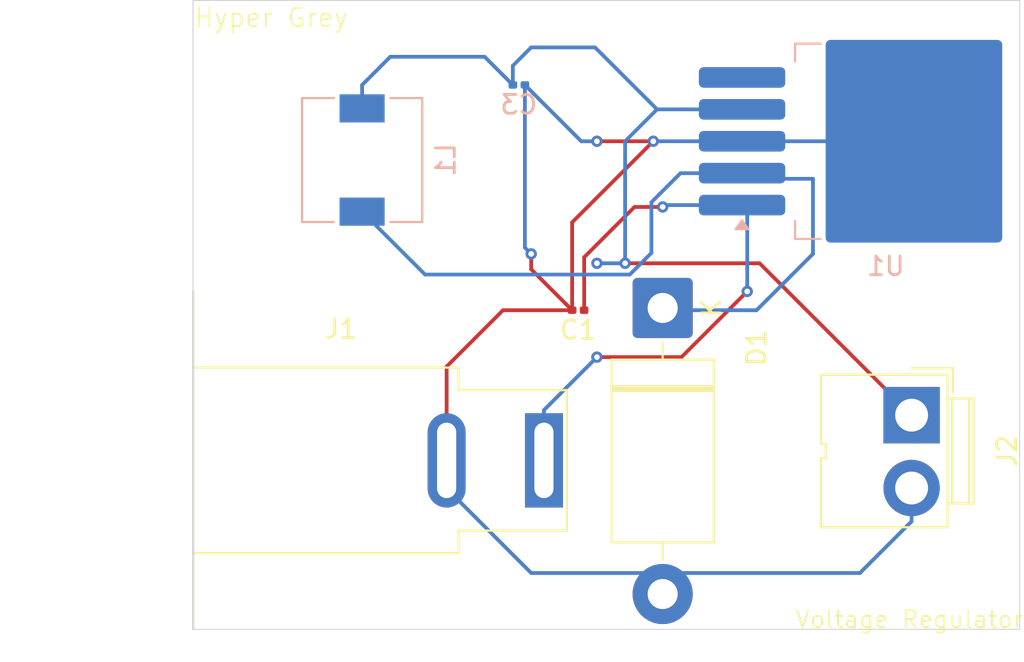
<source format=kicad_pcb>
(kicad_pcb (version 20241229) (generator "pcbnew") (generator_version "9.0")
  (layers (0 "F.Cu" signal) (2 "B.Cu" signal) (13 "F.Paste" user) (15 "B.Paste" user) (5 "F.SilkS" user "F.Silkscreen") (7 "B.SilkS" user "B.Silkscreen") (1 "F.Mask" user) (3 "B.Mask" user) (25 "Edge.Cuts" user))
  (net 0 "")
  (net 1 "GND")
  (net 2 "Net-(U1-VIN)")
  (net 3 "Net-(J2-Pin_1)")
  (net 4 "Net-(D1-K)")
  (footprint "Capacitor_SMD:C_0201_0603Metric" (layer "F.Cu") (at 138 98.5 180)
    (property "Reference" "C1" (at 0 -1.05 0) (layer "F.SilkS"))
    (property "Value" "C")
    (pad "1" smd roundrect (at -0.32 0 180) (size 0.46 0.4) (layers "F.Cu" "F.Mask") (net 2 "Net-(U1-VIN)"))
    (pad "2" smd roundrect (at 0.32 0 180) (size 0.46 0.4) (layers "F.Cu" "F.Mask") (net 1 "GND"))
  )
  (footprint "Connector:JWT_A3963_1x02_P3.96mm_Vertical" (layer "F.Cu") (at 155.75 104.0925 -90)
    (property "Reference" "J2" (at 1.91 -5.08 90) (layer "F.SilkS"))
    (property "Value" "Conn_01x02_Pin")
    (fp_line (start 1.52 4.83) (end -2.16 4.83) (stroke (width 0.12)) (layer "F.SilkS"))
    (fp_line (start 1.52 4.83) (end 1.52 4.57) (stroke (width 0.12)) (layer "F.SilkS"))
    (fp_line (start 2.29 4.83) (end 5.97 4.83) (stroke (width 0.12)) (layer "F.SilkS"))
    (fp_line (start 5.97 4.83) (end 5.97 0) (stroke (width 0.12)) (layer "F.SilkS"))
    (fp_line (start 1.52 4.57) (end 2.29 4.57) (stroke (width 0.12)) (layer "F.SilkS"))
    (fp_line (start 2.29 4.57) (end 2.29 4.83) (stroke (width 0.12)) (layer "F.SilkS"))
    (fp_line (start -2.16 0) (end -2.16 4.83) (stroke (width 0.12)) (layer "F.SilkS"))
    (fp_line (start -2.16 -1.91) (end -2.16 0) (stroke (width 0.12)) (layer "F.SilkS"))
    (fp_line (start -2.16 -1.91) (end 5.97 -1.91) (stroke (width 0.12)) (layer "F.SilkS"))
    (fp_line (start -0.89 -1.91) (end -0.89 -3.3) (stroke (width 0.12)) (layer "F.SilkS"))
    (fp_line (start 4.7 -1.91) (end 4.7 -3.3) (stroke (width 0.12)) (layer "F.SilkS"))
    (fp_line (start 5.97 -1.91) (end 5.97 0) (stroke (width 0.12)) (layer "F.SilkS"))
    (fp_line (start -0.89 -2.16) (end 4.7 -2.16) (stroke (width 0.12)) (layer "F.SilkS"))
    (fp_line (start -2.5 -2.2) (end -2.5 0) (stroke (width 0.12)) (layer "F.SilkS"))
    (fp_line (start -1.2 -2.2) (end -2.5 -2.2) (stroke (width 0.12)) (layer "F.SilkS"))
    (fp_line (start -0.89 -3.05) (end 4.7 -3.05) (stroke (width 0.12)) (layer "F.SilkS"))
    (fp_line (start -0.89 -3.3) (end 4.7 -3.3) (stroke (width 0.12)) (layer "F.SilkS"))
    (pad "1" thru_hole rect (at 0 0 270) (size 3 3) (drill 1.75) (layers "*.Cu" "*.Mask") (net 3 "Net-(J2-Pin_1)"))
    (pad "2" thru_hole circle (at 3.88 0 270) (size 3 3) (drill 1.75) (layers "*.Cu" "*.Mask") (net 1 "GND"))
  )
  (footprint "Diode_THT:D_DO-201AD_P15.24mm_Horizontal" (layer "F.Cu") (at 142.5 98.38 -90)
    (property "Reference" "D1" (at 2.12 -5 90) (layer "F.SilkS"))
    (property "Value" "1N5821")
    (fp_line (start 1.84 0) (end 2.75 0) (stroke (width 0.12)) (layer "F.SilkS"))
    (fp_line (start 13.4 0) (end 12.49 0) (stroke (width 0.12)) (layer "F.SilkS"))
    (fp_line (start 4.175 -2.72) (end 4.175 2.72) (stroke (width 0.12)) (layer "F.SilkS"))
    (fp_line (start 4.295 -2.72) (end 4.295 2.72) (stroke (width 0.12)) (layer "F.SilkS"))
    (fp_line (start 4.415 -2.72) (end 4.415 2.72) (stroke (width 0.12)) (layer "F.SilkS"))
    (fp_rect (start 2.75 -2.72) (end 12.49 2.72) (stroke (width 0.12)) (fill no) (layer "F.SilkS"))
    (fp_text user "K" (at 0 -2.6 90) (layer "F.SilkS"))
    (pad "1" thru_hole roundrect (at 0 0 270) (size 3.2 3.2) (drill 1.6) (layers "*.Cu" "*.Mask") (roundrect_rratio 0.078125) (net 4 "Net-(D1-K)"))
    (pad "2" thru_hole circle (at 15.24 0 270) (size 3.2 3.2) (drill 1.6) (layers "*.Cu" "*.Mask") (net 1 "GND"))
  )
  (footprint "Connector_BarrelJack:BarrelJack_SwitchcraftConxall_RAPC10U_Horizontal" (layer "F.Cu") (at 136.18 106.5)
    (property "Reference" "J1" (at -10.8 -7 0) (layer "F.SilkS"))
    (property "Value" "Jack-DC")
    (fp_line (start -18.55 4.945) (end -4.55 4.945) (stroke (width 0.12)) (layer "F.SilkS"))
    (fp_line (start -4.55 -4.945) (end -18.55 -4.945) (stroke (width 0.12)) (layer "F.SilkS"))
    (fp_line (start -4.55 -3.74) (end -4.55 -4.945) (stroke (width 0.12)) (layer "F.SilkS"))
    (fp_line (start -4.55 3.74) (end 1.22 3.74) (stroke (width 0.12)) (layer "F.SilkS"))
    (fp_line (start -4.55 4.945) (end -4.55 3.74) (stroke (width 0.12)) (layer "F.SilkS"))
    (fp_line (start 1.22 -3.74) (end -4.55 -3.74) (stroke (width 0.12)) (layer "F.SilkS"))
    (fp_line (start 1.22 3.74) (end 1.22 -3.74) (stroke (width 0.12)) (layer "F.SilkS"))
    (fp_line (start -18.67 -9) (end -18.67 9) (stroke (width 0.12)) (layer "Edge.Cuts"))
    (pad "1" thru_hole rect (at 0 0) (size 2.02 5.02) (drill oval 1.02 4.02) (layers "*.Cu" "*.Mask") (net 2 "Net-(U1-VIN)"))
    (pad "2" thru_hole oval (at -5.18 0) (size 2.02 5.02) (drill oval 1.02 4.02) (layers "*.Cu" "*.Mask") (net 1 "GND"))
  )
  (footprint "Package_TO_SOT_SMD:TO-263-5_TabPin3" (layer "B.Cu") (at 154.375 89.5)
    (property "Reference" "U1" (at 0 6.65 0) (layer "B.SilkS") (effects (justify mirror)))
    (property "Value" "LM2596S-ADJ")
    (fp_line (start -4.825 -5.2) (end -4.825 -4.25) (stroke (width 0.12)) (layer "B.SilkS"))
    (fp_line (start -4.825 5.2) (end -4.825 4.25) (stroke (width 0.12)) (layer "B.SilkS"))
    (fp_line (start -3.46 -5.2) (end -4.825 -5.2) (stroke (width 0.12)) (layer "B.SilkS"))
    (fp_line (start -3.46 5.2) (end -4.825 5.2) (stroke (width 0.12)) (layer "B.SilkS"))
    (fp_poly (pts (xy -7.65 4.21) (xy -7.99 4.68) (xy -7.31 4.68)) (stroke (width 0.12)) (fill yes) (layer "B.SilkS"))
    (pad "1" smd roundrect (at -7.65 3.4) (size 4.6 1.1) (layers "B.Cu" "B.Mask" "B.Paste") (roundrect_rratio 0.227273) (net 2 "Net-(U1-VIN)"))
    (pad "2" smd roundrect (at -7.65 1.7) (size 4.6 1.1) (layers "B.Cu" "B.Mask" "B.Paste") (roundrect_rratio 0.227273) (net 4 "Net-(D1-K)"))
    (pad "3" smd roundrect (at -7.65 0) (size 4.6 1.1) (layers "B.Cu" "B.Mask" "B.Paste") (roundrect_rratio 0.227273) (net 1 "GND"))
    (pad "3" smd roundrect (at 1.5 0) (size 9.4 10.8) (layers "B.Cu" "B.Mask") (roundrect_rratio 0.026596) (net 1 "GND"))
    (pad "4" smd roundrect (at -7.65 -1.7) (size 4.6 1.1) (layers "B.Cu" "B.Mask" "B.Paste") (roundrect_rratio 0.227273) (net 3 "Net-(J2-Pin_1)"))
    (pad "5" smd roundrect (at -7.65 -3.4) (size 4.6 1.1) (layers "B.Cu" "B.Mask" "B.Paste") (roundrect_rratio 0.227273))
  )
  (footprint "Capacitor_SMD:C_0201_0603Metric" (layer "B.Cu") (at 134.845 86.5)
    (property "Reference" "C3" (at 0 1.05 0) (layer "B.SilkS") (effects (justify mirror)))
    (property "Value" "C")
    (pad "1" smd roundrect (at -0.32 0) (size 0.46 0.4) (layers "B.Cu" "B.Mask") (net 3 "Net-(J2-Pin_1)"))
    (pad "2" smd roundrect (at 0.32 0) (size 0.46 0.4) (layers "B.Cu" "B.Mask") (net 1 "GND"))
  )
  (footprint "Inductor_SMD:L_6.3x6.3_H3" (layer "B.Cu") (at 126.5 90.5 90)
    (property "Reference" "L1" (at 0 4.45 90) (layer "B.SilkS") (effects (justify mirror)))
    (property "Value" "L")
    (fp_line (start 3.3 -3.2) (end -3.3 -3.2) (stroke (width 0.12)) (layer "B.SilkS"))
    (fp_line (start -3.3 -3.2) (end -3.3 -1.5) (stroke (width 0.12)) (layer "B.SilkS"))
    (fp_line (start 3.3 -1.5) (end 3.3 -3.2) (stroke (width 0.12)) (layer "B.SilkS"))
    (fp_line (start -3.3 1.5) (end -3.3 3.2) (stroke (width 0.12)) (layer "B.SilkS"))
    (fp_line (start 3.3 3.2) (end 3.3 1.5) (stroke (width 0.12)) (layer "B.SilkS"))
    (fp_line (start -3.3 3.2) (end 3.3 3.2) (stroke (width 0.12)) (layer "B.SilkS"))
    (pad "1" smd rect (at -2.75 0 90) (size 1.5 2.4) (layers "B.Cu" "B.Mask" "B.Paste") (net 4 "Net-(D1-K)"))
    (pad "2" smd rect (at 2.75 0 90) (size 1.5 2.4) (layers "B.Cu" "B.Mask" "B.Paste") (net 3 "Net-(J2-Pin_1)"))
  )
  (gr_rect (start 117.5 82) (end 161.5 115.5) (stroke (width 0.05)) (fill no) (layer "Edge.Cuts"))
  (gr_text "Voltage Regulator" (at 149.5 115.5 0) (layer "F.SilkS") (effects (font (size 0.9 0.9) (thickness 0.1)) (justify left bottom)))
  (gr_text "Hyper Grey\n" (at 117.5 83.5 0) (layer "F.SilkS") (effects (font (size 1 1) (thickness 0.1)) (justify left bottom)))
  (segment (start 137.68 98.5) (end 137.68 93.82) (width 0.2) (layer "F.Cu") (net 1))
  (segment (start 134 98.5) (end 137.68 98.5) (width 0.2) (layer "F.Cu") (net 1))
  (segment (start 131 101.5) (end 134 98.5) (width 0.2) (layer "F.Cu") (net 1))
  (segment (start 135.5 96.32) (end 137.68 98.5) (width 0.2) (layer "F.Cu") (net 1))
  (segment (start 142 89.5) (end 139 89.5) (width 0.2) (layer "F.Cu") (net 1))
  (segment (start 131 106.5) (end 131 101.5) (width 0.2) (layer "F.Cu") (net 1))
  (segment (start 137.68 93.82) (end 142 89.5) (width 0.2) (layer "F.Cu") (net 1))
  (segment (start 135.5 95.5) (end 135.5 96.32) (width 0.2) (layer "F.Cu") (net 1))
  (via (at 135.5 95.5) (size 0.6) (drill 0.3) (layers "F.Cu" "B.Cu") (net 1))
  (via (at 142 89.5) (size 0.6) (drill 0.3) (layers "F.Cu" "B.Cu") (net 1))
  (via (at 139 89.5) (size 0.6) (drill 0.3) (layers "F.Cu" "B.Cu") (net 1))
  (segment (start 153 112.5) (end 143.62 112.5) (width 0.2) (layer "B.Cu") (net 1))
  (segment (start 141.38 112.5) (end 135.5 112.5) (width 0.2) (layer "B.Cu") (net 1))
  (segment (start 155.75 109.75) (end 153 112.5) (width 0.2) (layer "B.Cu") (net 1))
  (segment (start 131 108) (end 131 106.5) (width 0.2) (layer "B.Cu") (net 1))
  (segment (start 135.165 95.165) (end 135.5 95.5) (width 0.2) (layer "B.Cu") (net 1))
  (segment (start 143.62 112.5) (end 142.5 113.62) (width 0.2) (layer "B.Cu") (net 1))
  (segment (start 138.165 89.5) (end 139 89.5) (width 0.2) (layer "B.Cu") (net 1))
  (segment (start 135.165 86.5) (end 138.165 89.5) (width 0.2) (layer "B.Cu") (net 1))
  (segment (start 135.5 112.5) (end 131 108) (width 0.2) (layer "B.Cu") (net 1))
  (segment (start 142.5 113.62) (end 141.38 112.5) (width 0.2) (layer "B.Cu") (net 1))
  (segment (start 146.725 89.5) (end 142 89.5) (width 0.2) (layer "B.Cu") (net 1))
  (segment (start 155.75 107.9725) (end 155.75 109.75) (width 0.2) (layer "B.Cu") (net 1))
  (segment (start 135.165 86.5) (end 135.165 95.165) (width 0.2) (layer "B.Cu") (net 1))
  (segment (start 146.725 89.5) (end 155.875 89.5) (width 0.2) (layer "B.Cu") (net 1))
  (segment (start 139 101) (end 143.5 101) (width 0.2) (layer "F.Cu") (net 2))
  (segment (start 138.32 98.5) (end 138.32 95.68) (width 0.2) (layer "F.Cu") (net 2))
  (segment (start 143.5 101) (end 147 97.5) (width 0.2) (layer "F.Cu") (net 2))
  (segment (start 138.32 95.68) (end 141 93) (width 0.2) (layer "F.Cu") (net 2))
  (segment (start 141 93) (end 142.5 93) (width 0.2) (layer "F.Cu") (net 2))
  (via (at 147 97.5) (size 0.6) (drill 0.3) (layers "F.Cu" "B.Cu") (net 2))
  (via (at 142.5 93) (size 0.6) (drill 0.3) (layers "F.Cu" "B.Cu") (net 2))
  (via (at 139 101) (size 0.6) (drill 0.3) (layers "F.Cu" "B.Cu") (net 2))
  (segment (start 136.18 106.5) (end 136.18 103.82) (width 0.2) (layer "B.Cu") (net 2))
  (segment (start 147 97.5) (end 147 93.175) (width 0.2) (layer "B.Cu") (net 2))
  (segment (start 147 93.175) (end 146.725 92.9) (width 0.2) (layer "B.Cu") (net 2))
  (segment (start 142.6 92.9) (end 142.5 93) (width 0.2) (layer "B.Cu") (net 2))
  (segment (start 136.18 103.82) (end 139 101) (width 0.2) (layer "B.Cu") (net 2))
  (segment (start 146.725 92.9) (end 142.6 92.9) (width 0.2) (layer "B.Cu") (net 2))
  (segment (start 147.6575 96) (end 140.5 96) (width 0.2) (layer "F.Cu") (net 3))
  (segment (start 155.75 104.0925) (end 147.6575 96) (width 0.2) (layer "F.Cu") (net 3))
  (via (at 139 96) (size 0.6) (drill 0.3) (layers "F.Cu" "B.Cu") (net 3))
  (via (at 140.5 96) (size 0.6) (drill 0.3) (layers "F.Cu" "B.Cu") (net 3))
  (segment (start 126.5 86.5) (end 128 85) (width 0.2) (layer "B.Cu") (net 3))
  (segment (start 126.5 87.75) (end 126.5 86.5) (width 0.2) (layer "B.Cu") (net 3))
  (segment (start 128 85) (end 133.025 85) (width 0.2) (layer "B.Cu") (net 3))
  (segment (start 134.525 86.5) (end 134.5 86.525) (width 0.2) (layer "B.Cu") (net 3))
  (segment (start 135.5 84.5) (end 138.9 84.5) (width 0.2) (layer "B.Cu") (net 3))
  (segment (start 140.5 89.5) (end 142.2 87.8) (width 0.2) (layer "B.Cu") (net 3))
  (segment (start 140.5 96) (end 139 96) (width 0.2) (layer "B.Cu") (net 3))
  (segment (start 140.5 96) (end 140.5 89.5) (width 0.2) (layer "B.Cu") (net 3))
  (segment (start 134.525 85.475) (end 135.5 84.5) (width 0.2) (layer "B.Cu") (net 3))
  (segment (start 142.2 87.8) (end 146.725 87.8) (width 0.2) (layer "B.Cu") (net 3))
  (segment (start 155.75 105.25) (end 156 105.5) (width 0.2) (layer "B.Cu") (net 3))
  (segment (start 133.025 85) (end 134.525 86.5) (width 0.2) (layer "B.Cu") (net 3))
  (segment (start 134.525 86.5) (end 134.525 85.475) (width 0.2) (layer "B.Cu") (net 3))
  (segment (start 138.9 84.5) (end 142.2 87.8) (width 0.2) (layer "B.Cu") (net 3))
  (segment (start 147.025 91.5) (end 150.5 91.5) (width 0.2) (layer "B.Cu") (net 4))
  (segment (start 129.851 96.601) (end 140.748943 96.601) (width 0.2) (layer "B.Cu") (net 4))
  (segment (start 146.725 91.2) (end 147.025 91.5) (width 0.2) (layer "B.Cu") (net 4))
  (segment (start 141.899 92.751057) (end 143.450057 91.2) (width 0.2) (layer "B.Cu") (net 4))
  (segment (start 142.62 98.5) (end 142.5 98.38) (width 0.2) (layer "B.Cu") (net 4))
  (segment (start 126.5 93.25) (end 129.851 96.601) (width 0.2) (layer "B.Cu") (net 4))
  (segment (start 143.450057 91.2) (end 146.725 91.2) (width 0.2) (layer "B.Cu") (net 4))
  (segment (start 150.5 95.5) (end 147.5 98.5) (width 0.2) (layer "B.Cu") (net 4))
  (segment (start 150.5 91.5) (end 150.5 95.5) (width 0.2) (layer "B.Cu") (net 4))
  (segment (start 141.899 95.450943) (end 141.899 92.751057) (width 0.2) (layer "B.Cu") (net 4))
  (segment (start 140.748943 96.601) (end 141.899 95.450943) (width 0.2) (layer "B.Cu") (net 4))
  (segment (start 147.5 98.5) (end 142.62 98.5) (width 0.2) (layer "B.Cu") (net 4))
)
</source>
